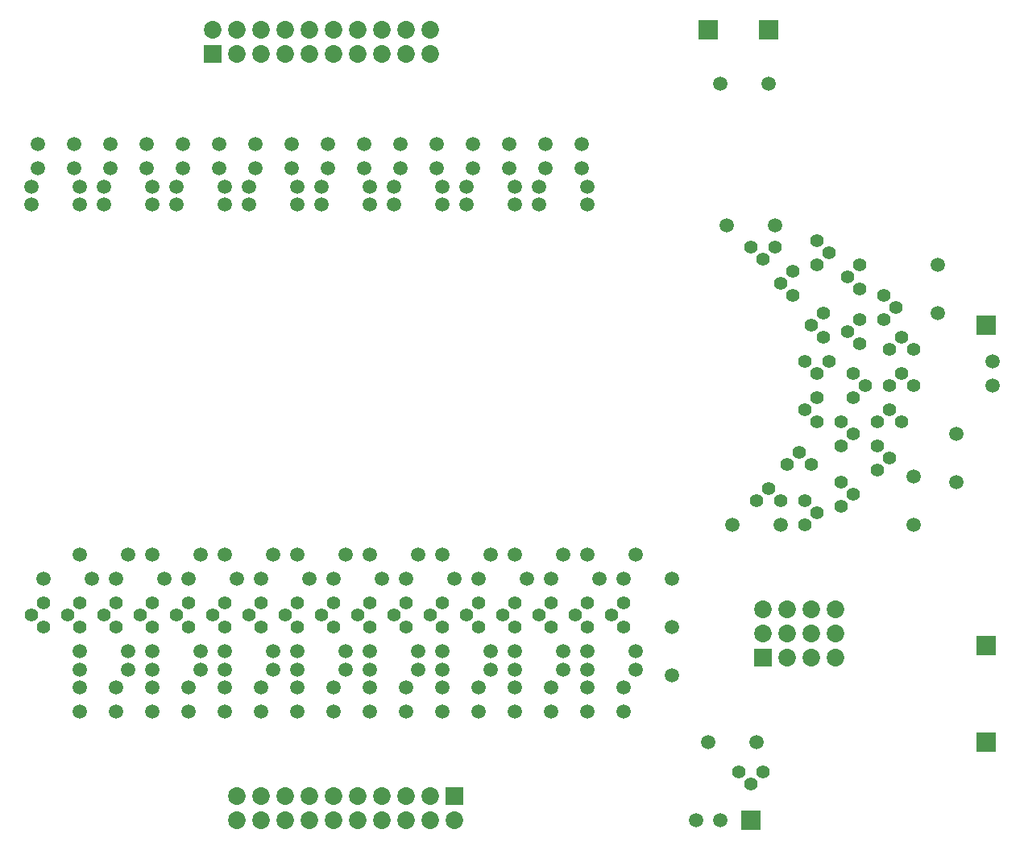
<source format=gts>
G04 Output by ViewMate Deluxe V11.0.9  PentaLogix LLC*
G04 Tue Dec 09 15:32:49 2014*
%FSLAX33Y33*%
%MOMM*%
%IPPOS*%
%ADD115R,1.8542X1.8542*%
%ADD116C,1.8542*%
%ADD118C,1.5113*%
%ADD119C,1.4122*%
%ADD120R,2.0041X2.0041*%

%LPD*%
X0Y0D2*D115*G1X21209Y91122D3*X78994Y27622D3*X46609Y13018D3*D116*X23749Y13018D3*X23749Y10478D3*X26289Y10478D3*X26289Y13018D3*X28829Y13018D3*X28829Y10478D3*X31369Y10478D3*X31369Y13018D3*X33909Y13018D3*X33909Y10478D3*X36449Y10478D3*X36449Y13018D3*X38989Y13018D3*X38989Y10478D3*X41529Y10478D3*X41529Y13018D3*X44069Y13018D3*X44069Y10478D3*X46609Y10478D3*X84074Y32702D3*X86614Y32702D3*X86614Y30162D3*X86614Y27622D3*X84074Y27622D3*X84074Y30162D3*X78994Y30162D3*X81534Y27622D3*X81534Y30162D3*X81534Y32702D3*X78994Y32702D3*X44069Y91122D3*X44069Y93662D3*X41529Y93662D3*X41529Y91122D3*X38989Y91122D3*X38989Y93662D3*X36449Y93662D3*X36449Y91122D3*X33909Y91122D3*X33909Y93662D3*X31369Y93662D3*X31369Y91122D3*X28829Y91122D3*X28829Y93662D3*X26289Y93662D3*X26289Y91122D3*X23749Y91122D3*X23749Y93662D3*X21209Y93662D3*D118*X2794Y81598D3*X2794Y79058D3*X2159Y77152D3*X2159Y75248D3*X7239Y75248D3*X7239Y77152D3*X6604Y79058D3*X6604Y81598D3*X10414Y81598D3*X10414Y79058D3*X9779Y77152D3*X9779Y75248D3*X72009Y10478D3*X74549Y10478D3*X78359Y18732D3*X73279Y18732D3*X69469Y30798D3*X69469Y25718D3*X65659Y28258D3*X65659Y26352D3*X64389Y24448D3*X64389Y21908D3*X60579Y21908D3*X60579Y24448D3*X60579Y26352D3*X60579Y28258D3*X58039Y28258D3*X58039Y26352D3*X56769Y24448D3*X56769Y21908D3*X52959Y21908D3*X52959Y24448D3*X52959Y26352D3*X52959Y28258D3*X50419Y28258D3*X50419Y26352D3*X49149Y24448D3*X49149Y21908D3*X45339Y21908D3*X45339Y24448D3*X45339Y26352D3*X45339Y28258D3*X42799Y28258D3*X42799Y26352D3*X41529Y24448D3*X41529Y21908D3*X37719Y21908D3*X37719Y24448D3*X37719Y26352D3*X37719Y28258D3*X35179Y28258D3*X35179Y26352D3*X33909Y24448D3*X33909Y21908D3*X30099Y21908D3*X30099Y24448D3*X30099Y26352D3*X30099Y28258D3*X27559Y28258D3*X27559Y26352D3*X26289Y24448D3*X26289Y21908D3*X22479Y21908D3*X22479Y24448D3*X22479Y26352D3*X22479Y28258D3*X19939Y28258D3*X19939Y26352D3*X18669Y24448D3*X18669Y21908D3*X14859Y21908D3*X14859Y24448D3*X14859Y26352D3*X14859Y28258D3*X12319Y28258D3*X12319Y26352D3*X11049Y24448D3*X11049Y21908D3*X7239Y21908D3*X7239Y24448D3*X7239Y26352D3*X7239Y28258D3*X3429Y35878D3*X7239Y38418D3*X8509Y35878D3*X11049Y35878D3*X12319Y38418D3*X14859Y38418D3*X16129Y35878D3*X18669Y35878D3*X19939Y38418D3*X22479Y38418D3*X23749Y35878D3*X26289Y35878D3*X27559Y38418D3*X30099Y38418D3*X31369Y35878D3*X33909Y35878D3*X35179Y38418D3*X37719Y38418D3*X38989Y35878D3*X41529Y35878D3*X42799Y38418D3*X45339Y38418D3*X46609Y35878D3*X49149Y35878D3*X50419Y38418D3*X52959Y38418D3*X54229Y35878D3*X56769Y35878D3*X58039Y38418D3*X60579Y38418D3*X61849Y35878D3*X64389Y35878D3*X65659Y38418D3*X69469Y35878D3*X75819Y41592D3*X80899Y41592D3*X94869Y41592D3*X94869Y46672D3*X99314Y46038D3*X99314Y51118D3*X103124Y56198D3*X103124Y58738D3*X97409Y63818D3*X97409Y68898D3*X74549Y87948D3*X79629Y87948D3*X80264Y73025D3*X75184Y73025D3*X60579Y75248D3*X60579Y77152D3*X59944Y79058D3*X59944Y81598D3*X56134Y81598D3*X56134Y79058D3*X55499Y77152D3*X55499Y75248D3*X52959Y75248D3*X52959Y77152D3*X52324Y79058D3*X52324Y81598D3*X48514Y81598D3*X48514Y79058D3*X47879Y77152D3*X47879Y75248D3*X45339Y75248D3*X45339Y77152D3*X44704Y79058D3*X44704Y81598D3*X40894Y81598D3*X40894Y79058D3*X40259Y77152D3*X40259Y75248D3*X37719Y75248D3*X37719Y77152D3*X37084Y79058D3*X37084Y81598D3*X33274Y81598D3*X33274Y79058D3*X32639Y77152D3*X32639Y75248D3*X30099Y75248D3*X30099Y77152D3*X29464Y79058D3*X29464Y81598D3*X25654Y81598D3*X25654Y79058D3*X25019Y77152D3*X25019Y75248D3*X22479Y75248D3*X22479Y77152D3*X21844Y79058D3*X21844Y81598D3*X18034Y81598D3*X18034Y79058D3*X17399Y77152D3*X17399Y75248D3*X14859Y75248D3*X14859Y77152D3*X14224Y79058D3*X14224Y81598D3*D119*X94869Y56198D3*X84709Y54928D3*X83439Y53658D3*X84709Y52388D3*X87249Y49848D3*X91059Y52388D3*X93599Y52388D3*X92329Y53658D3*X92329Y56198D3*X93599Y57468D3*X94869Y60008D3*X93599Y61278D3*X92329Y60008D3*X80264Y70802D3*X77724Y70802D3*X78994Y69532D3*X82169Y65722D3*X80899Y66992D3*X82169Y68262D3*X84709Y71438D3*X84709Y68898D3*X85979Y70168D3*X89154Y68898D3*X87884Y67628D3*X89154Y66358D3*X91694Y65722D3*X92964Y64452D3*X91694Y63182D3*X89154Y63182D3*X89154Y60642D3*X87884Y61912D3*X85344Y63818D3*X84074Y62548D3*X85344Y61278D3*X83439Y58738D3*X84709Y57468D3*X85979Y58738D3*X88519Y57468D3*X89789Y56198D3*X88519Y54928D3*X87249Y52388D3*X88519Y51118D3*X91059Y49848D3*X92329Y48578D3*X91059Y47308D3*X87249Y43498D3*X88519Y44768D3*X87249Y46038D3*X84074Y47942D3*X82804Y49212D3*X81534Y47942D3*X78359Y44132D3*X79629Y45402D3*X80899Y44132D3*X83439Y44132D3*X84709Y42862D3*X83439Y41592D3*X78994Y15558D3*X77724Y14288D3*X76454Y15558D3*X11049Y33338D3*X14859Y30798D3*X22479Y33338D3*X30099Y33338D3*X33909Y30798D3*X41529Y33338D3*X49149Y33338D3*X52959Y30798D3*X56769Y33338D3*X60579Y30798D3*X64389Y33338D3*X64389Y30798D3*X63119Y32068D3*X60579Y33338D3*X59309Y32068D3*X56769Y30798D3*X55499Y32068D3*X52959Y33338D3*X51689Y32068D3*X49149Y30798D3*X47879Y32068D3*X45339Y33338D3*X45339Y30798D3*X44069Y32068D3*X41529Y30798D3*X40259Y32068D3*X37719Y33338D3*X37719Y30798D3*X36449Y32068D3*X33909Y33338D3*X32639Y32068D3*X30099Y30798D3*X28829Y32068D3*X26289Y33338D3*X26289Y30798D3*X25019Y32068D3*X22479Y30798D3*X21209Y32068D3*X18669Y33338D3*X18669Y30798D3*X17399Y32068D3*X14859Y33338D3*X13589Y32068D3*X11049Y30798D3*X9779Y32068D3*X7239Y33338D3*X7239Y30798D3*X5969Y32068D3*X3429Y30798D3*X2159Y32068D3*X3429Y33338D3*D120*X77724Y10478D3*X102489Y18732D3*X102489Y28892D3*X73279Y93662D3*X79629Y93662D3*X102489Y62548D3*X0Y0D2*M02*
</source>
